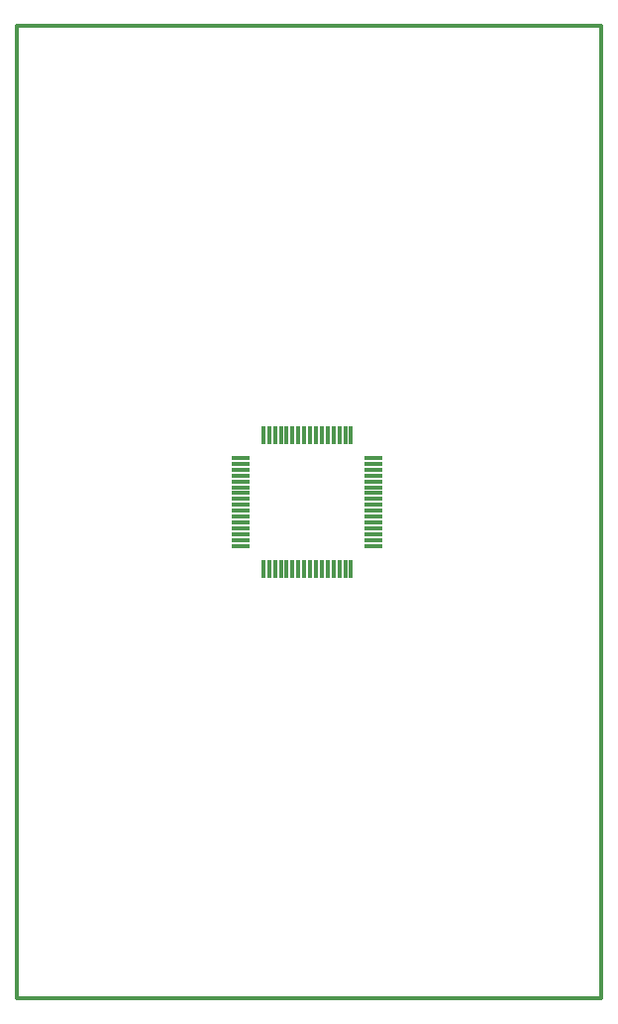
<source format=gtp>
G75*
G70*
%OFA0B0*%
%FSLAX24Y24*%
%IPPOS*%
%LPD*%
%AMOC8*
5,1,8,0,0,1.08239X$1,22.5*
%
%ADD10C,0.0120*%
%ADD11R,0.0591X0.0118*%
%ADD12R,0.0118X0.0591*%
D10*
X000168Y000170D02*
X019853Y000170D01*
X019853Y032847D01*
X000168Y032847D01*
X000168Y000170D01*
D11*
X007707Y015369D03*
X007707Y015565D03*
X007707Y015762D03*
X007707Y015959D03*
X007707Y016156D03*
X007707Y016353D03*
X007707Y016550D03*
X007707Y016747D03*
X007707Y016943D03*
X007707Y017140D03*
X007707Y017337D03*
X007707Y017534D03*
X007707Y017731D03*
X007707Y017928D03*
X007707Y018125D03*
X007707Y018321D03*
X012195Y018321D03*
X012195Y018125D03*
X012195Y017928D03*
X012195Y017731D03*
X012195Y017534D03*
X012195Y017337D03*
X012195Y017140D03*
X012195Y016943D03*
X012195Y016747D03*
X012195Y016550D03*
X012195Y016353D03*
X012195Y016156D03*
X012195Y015959D03*
X012195Y015762D03*
X012195Y015565D03*
X012195Y015369D03*
D12*
X011428Y014601D03*
X011231Y014601D03*
X011034Y014601D03*
X010837Y014601D03*
X010640Y014601D03*
X010443Y014601D03*
X010246Y014601D03*
X010050Y014601D03*
X009853Y014601D03*
X009656Y014601D03*
X009459Y014601D03*
X009262Y014601D03*
X009065Y014601D03*
X008868Y014601D03*
X008672Y014601D03*
X008475Y014601D03*
X008475Y019089D03*
X008672Y019089D03*
X008868Y019089D03*
X009065Y019089D03*
X009262Y019089D03*
X009459Y019089D03*
X009656Y019089D03*
X009853Y019089D03*
X010050Y019089D03*
X010246Y019089D03*
X010443Y019089D03*
X010640Y019089D03*
X010837Y019089D03*
X011034Y019089D03*
X011231Y019089D03*
X011428Y019089D03*
M02*

</source>
